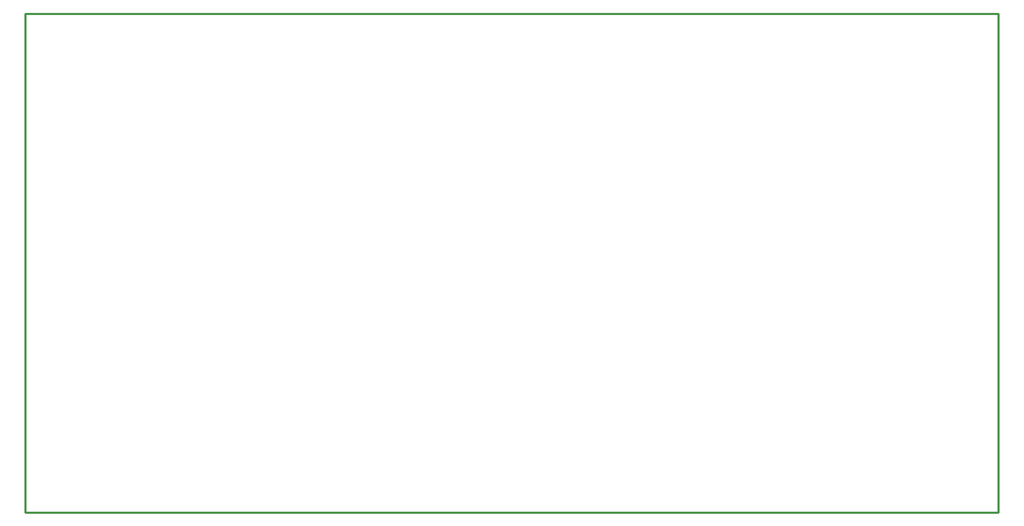
<source format=gbr>
%TF.GenerationSoftware,Altium Limited,Altium Designer,19.1.8 (144)*%
G04 Layer_Color=16711935*
%FSLAX26Y26*%
%MOIN*%
%TF.FileFunction,Other,Mechanical_1*%
%TF.Part,Single*%
G01*
G75*
%TA.AperFunction,NonConductor*%
%ADD22C,0.010000*%
D22*
X0Y0D02*
X4520000D01*
Y10000D01*
Y2320000D01*
X0D02*
X4520000D01*
X0Y0D02*
Y2320000D01*
%TF.MD5,f10104d475e22a4e9e92a314cad56601*%
M02*

</source>
